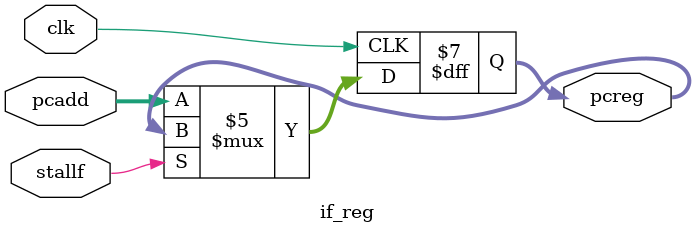
<source format=v>
module if_reg(input clk,
	      input [31:0] pcadd,
	      input 	   stallf,
	      output reg [31:0] pcreg);


   initial begin
      pcreg = 32'h400030;
   end


   always @(posedge clk) begin
      if(stallf != 1) begin
	   pcreg <= pcadd;
      end
      else begin
      pcreg <= pcreg;
      end
   end

   
endmodule




</source>
